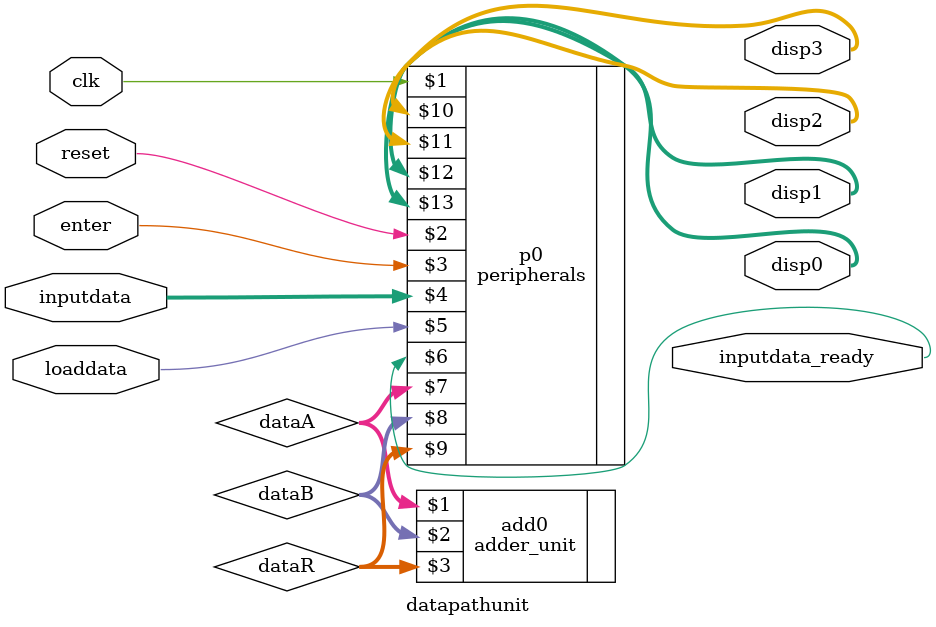
<source format=sv>
module datapathunit (clk, reset, enter, inputdata,
						   loaddata, inputdata_ready,
						   disp3, disp2, disp1, disp0);
	input logic  clk, reset, enter;
	input logic  [7:0] inputdata;
	input logic  loaddata;
	output logic inputdata_ready;
	output logic [6:0] disp3, disp2, disp1, disp0;

	// Internal signals and module instantiation for multiplier unit
	logic [31:0] dataA, dataB, dataR;
	//multiplierunit mult0 (dataA, dataB, dataR);
	//////METER MODULO DE SUMA
	adder_unit add0 (dataA, dataB, dataR);
	
	// Internal signals and module instantiation for peripherals unit
	peripherals p0 (clk, reset, enter, inputdata, loaddata, inputdata_ready, dataA, dataB, dataR, disp3, disp2, disp1, disp0);
endmodule


</source>
